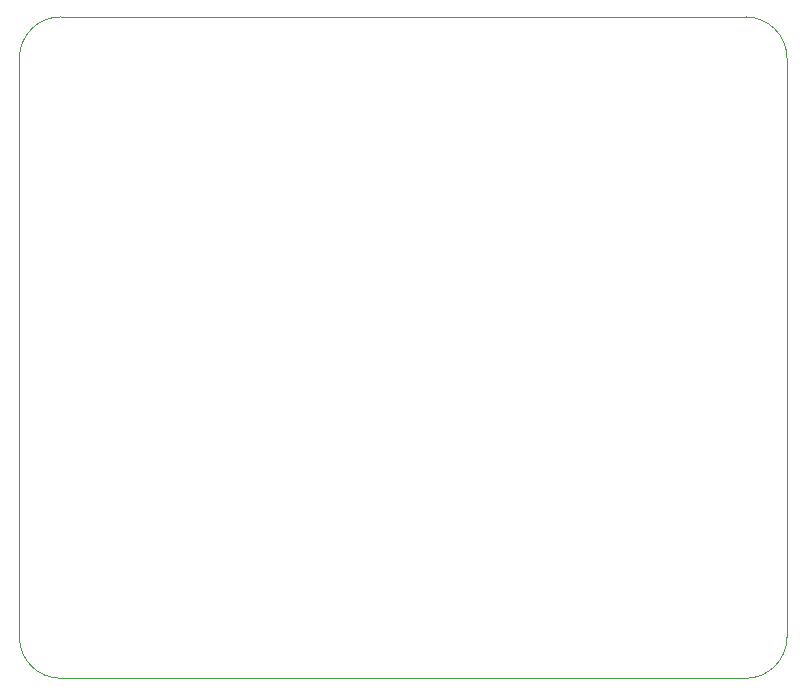
<source format=gbr>
G04 Layer_Color=0*
%FSLAX45Y45*%
%MOMM*%
%TF.FileFunction,Profile,NP*%
%TF.Part,Single*%
G01*
G75*
%TA.AperFunction,Profile*%
%ADD52C,0.02540*%
D52*
X1650000Y2000000D02*
G03*
X2000000Y1650000I350000J0D01*
G01*
X7800000D01*
D02*
G03*
X8149200Y2000000I-400J349600D01*
G01*
Y6900000D01*
D02*
G03*
X7800000Y7250000I-349600J400D01*
G01*
X2000000D01*
D02*
G03*
X1650000Y6900000I0J-350000D01*
G01*
X1650000D01*
Y2000000D01*
%TF.MD5,ed94d0bcd17544b8b661eecb07fb62a1*%
M02*

</source>
